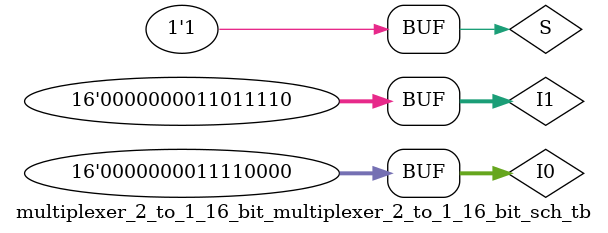
<source format=v>

`timescale 1ns / 1ps

module multiplexer_2_to_1_16_bit_multiplexer_2_to_1_16_bit_sch_tb();

// Inputs
   reg S;
   reg [15:0] I1;
   reg [15:0] I0;

// Output
   wire [15:0] Y;

// Bidirs

// Instantiate the UUT
   multiplexer_2_to_1_16_bit UUT (
		.S(S), 
		.I1(I1), 
		.I0(I0), 
		.Y(Y)
   );
// Initialize Inputs
	 initial begin
		S = 0;
		I1 = 0;
		I0 = 0;
		#100;
		S = 0;
		I1 = 16'h12;
		I0 = 16'h34;
		#100;
		S = 1;
		I1 = 16'h12;
		I0 = 16'h34;
		#100;
		S = 0;
		I1 = 16'h56;
		I0 = 16'h78;
		#100;
		S = 1;
		I1 = 16'h56;
		I0 = 16'h78;
		#100;
		S = 0;
		I1 = 16'h9A;
		I0 = 16'hBC;
		#100;
		S = 1;
		I1 = 16'h9A;
		I0 = 16'hBC;
		#100;
		S = 0;
		I1 = 16'hDE;
		I0 = 16'hF0;
		#100;
		S = 1;
		I1 = 16'hDE;
		I0 = 16'hF0;
		#100;
   end
endmodule

</source>
